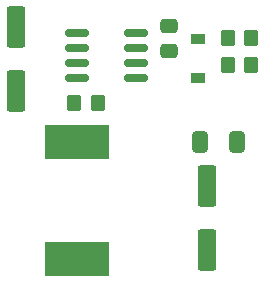
<source format=gtp>
%TF.GenerationSoftware,KiCad,Pcbnew,(6.0.7)*%
%TF.CreationDate,2022-10-09T14:23:20+03:00*%
%TF.ProjectId,mc34063-step-down,6d633334-3036-4332-9d73-7465702d646f,rev?*%
%TF.SameCoordinates,Original*%
%TF.FileFunction,Paste,Top*%
%TF.FilePolarity,Positive*%
%FSLAX46Y46*%
G04 Gerber Fmt 4.6, Leading zero omitted, Abs format (unit mm)*
G04 Created by KiCad (PCBNEW (6.0.7)) date 2022-10-09 14:23:20*
%MOMM*%
%LPD*%
G01*
G04 APERTURE LIST*
G04 Aperture macros list*
%AMRoundRect*
0 Rectangle with rounded corners*
0 $1 Rounding radius*
0 $2 $3 $4 $5 $6 $7 $8 $9 X,Y pos of 4 corners*
0 Add a 4 corners polygon primitive as box body*
4,1,4,$2,$3,$4,$5,$6,$7,$8,$9,$2,$3,0*
0 Add four circle primitives for the rounded corners*
1,1,$1+$1,$2,$3*
1,1,$1+$1,$4,$5*
1,1,$1+$1,$6,$7*
1,1,$1+$1,$8,$9*
0 Add four rect primitives between the rounded corners*
20,1,$1+$1,$2,$3,$4,$5,0*
20,1,$1+$1,$4,$5,$6,$7,0*
20,1,$1+$1,$6,$7,$8,$9,0*
20,1,$1+$1,$8,$9,$2,$3,0*%
G04 Aperture macros list end*
%ADD10R,1.200000X0.900000*%
%ADD11RoundRect,0.250000X-0.350000X-0.450000X0.350000X-0.450000X0.350000X0.450000X-0.350000X0.450000X0*%
%ADD12RoundRect,0.250000X0.550000X-1.500000X0.550000X1.500000X-0.550000X1.500000X-0.550000X-1.500000X0*%
%ADD13R,5.400000X2.900000*%
%ADD14RoundRect,0.250000X-0.550000X1.500000X-0.550000X-1.500000X0.550000X-1.500000X0.550000X1.500000X0*%
%ADD15RoundRect,0.250000X0.475000X-0.337500X0.475000X0.337500X-0.475000X0.337500X-0.475000X-0.337500X0*%
%ADD16RoundRect,0.250000X-0.412500X-0.650000X0.412500X-0.650000X0.412500X0.650000X-0.412500X0.650000X0*%
%ADD17RoundRect,0.150000X0.825000X0.150000X-0.825000X0.150000X-0.825000X-0.150000X0.825000X-0.150000X0*%
%ADD18RoundRect,0.250000X0.350000X0.450000X-0.350000X0.450000X-0.350000X-0.450000X0.350000X-0.450000X0*%
G04 APERTURE END LIST*
D10*
%TO.C,D1*%
X98750000Y-52150000D03*
X98750000Y-48850000D03*
%TD*%
D11*
%TO.C,RSC1*%
X88250000Y-54250000D03*
X90250000Y-54250000D03*
%TD*%
D12*
%TO.C,Ci1*%
X83300000Y-53200000D03*
X83300000Y-47800000D03*
%TD*%
D13*
%TO.C,U2*%
X88500000Y-57550000D03*
X88500000Y-67450000D03*
%TD*%
D14*
%TO.C,Co1*%
X99500000Y-66700000D03*
X99500000Y-61300000D03*
%TD*%
D15*
%TO.C,Ct1*%
X96250000Y-47712500D03*
X96250000Y-49787500D03*
%TD*%
D16*
%TO.C,Co2*%
X98937500Y-57500000D03*
X102062500Y-57500000D03*
%TD*%
D11*
%TO.C,R1*%
X101250000Y-51000000D03*
X103250000Y-51000000D03*
%TD*%
D17*
%TO.C,U1*%
X93475000Y-52155000D03*
X93475000Y-50885000D03*
X93475000Y-49615000D03*
X93475000Y-48345000D03*
X88525000Y-48345000D03*
X88525000Y-49615000D03*
X88525000Y-50885000D03*
X88525000Y-52155000D03*
%TD*%
D18*
%TO.C,R2*%
X103250000Y-48750000D03*
X101250000Y-48750000D03*
%TD*%
M02*

</source>
